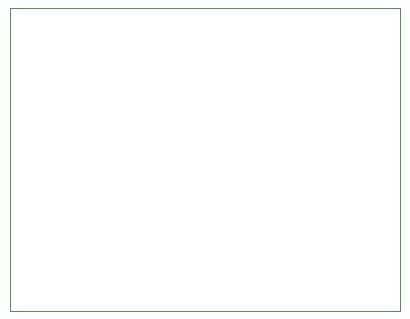
<source format=gbr>
%TF.GenerationSoftware,KiCad,Pcbnew,5.1.6+dfsg1-1*%
%TF.CreationDate,2020-12-14T15:48:38-08:00*%
%TF.ProjectId,High_Current_Analog,48696768-5f43-4757-9272-656e745f416e,rev?*%
%TF.SameCoordinates,Original*%
%TF.FileFunction,Profile,NP*%
%FSLAX46Y46*%
G04 Gerber Fmt 4.6, Leading zero omitted, Abs format (unit mm)*
G04 Created by KiCad (PCBNEW 5.1.6+dfsg1-1) date 2020-12-14 15:48:38*
%MOMM*%
%LPD*%
G01*
G04 APERTURE LIST*
%TA.AperFunction,Profile*%
%ADD10C,0.050000*%
%TD*%
G04 APERTURE END LIST*
D10*
X150876000Y-47498000D02*
X150876000Y-48260000D01*
X117856000Y-47498000D02*
X150876000Y-47498000D01*
X117856000Y-47498000D02*
X117856000Y-48260000D01*
X117856000Y-73152000D02*
X117856000Y-48260000D01*
X118872000Y-73152000D02*
X117856000Y-73152000D01*
X150876000Y-48260000D02*
X150876000Y-73152000D01*
X150876000Y-73152000D02*
X118872000Y-73152000D01*
M02*

</source>
